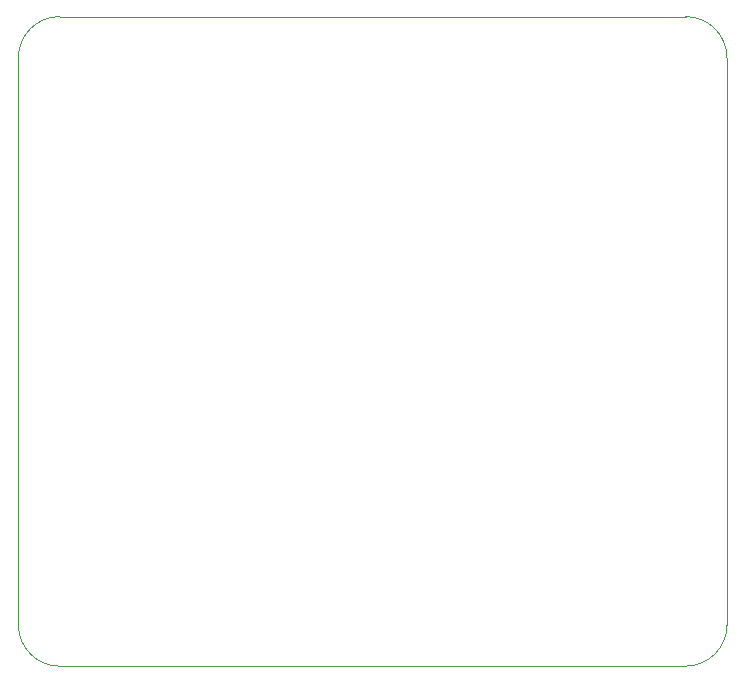
<source format=gm1>
%TF.GenerationSoftware,KiCad,Pcbnew,(5.99.0-6900-ga9be08e1ce)*%
%TF.CreationDate,2020-11-13T16:54:07-06:00*%
%TF.ProjectId,rpi-cm4-demo-carrier,7270692d-636d-4342-9d62-6173652d6361,v01*%
%TF.SameCoordinates,Original*%
%TF.FileFunction,Profile,NP*%
%FSLAX46Y46*%
G04 Gerber Fmt 4.6, Leading zero omitted, Abs format (unit mm)*
G04 Created by KiCad (PCBNEW (5.99.0-6900-ga9be08e1ce)) date 2020-11-13 16:54:07*
%MOMM*%
%LPD*%
G01*
G04 APERTURE LIST*
%TA.AperFunction,Profile*%
%ADD10C,0.100000*%
%TD*%
G04 APERTURE END LIST*
D10*
X176500000Y-130000000D02*
X176500000Y-82000000D01*
X116500000Y-82000000D02*
G75*
G02*
X120000000Y-78500000I3500000J0D01*
G01*
X116500000Y-82000000D02*
X116500000Y-130000000D01*
X120000000Y-133500000D02*
X173000000Y-133500000D01*
X120000000Y-133500000D02*
G75*
G02*
X116500000Y-130000000I0J3500000D01*
G01*
X173000000Y-78500000D02*
X120000000Y-78500000D01*
X176500000Y-130000000D02*
G75*
G02*
X173000000Y-133500000I-3500000J0D01*
G01*
X173000000Y-78500000D02*
G75*
G02*
X176500000Y-82000000I0J-3500000D01*
G01*
M02*

</source>
